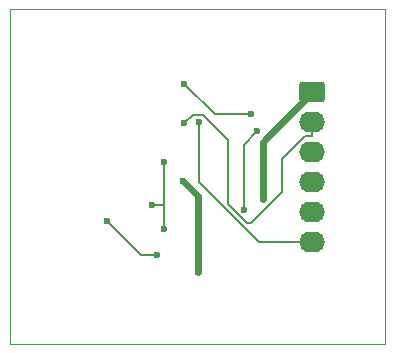
<source format=gbr>
%TF.GenerationSoftware,KiCad,Pcbnew,8.0.8*%
%TF.CreationDate,2025-06-30T12:02:42+05:30*%
%TF.ProjectId,Serial Basic CH340C,53657269-616c-4204-9261-736963204348,rev?*%
%TF.SameCoordinates,Original*%
%TF.FileFunction,Copper,L2,Bot*%
%TF.FilePolarity,Positive*%
%FSLAX46Y46*%
G04 Gerber Fmt 4.6, Leading zero omitted, Abs format (unit mm)*
G04 Created by KiCad (PCBNEW 8.0.8) date 2025-06-30 12:02:42*
%MOMM*%
%LPD*%
G01*
G04 APERTURE LIST*
G04 Aperture macros list*
%AMRoundRect*
0 Rectangle with rounded corners*
0 $1 Rounding radius*
0 $2 $3 $4 $5 $6 $7 $8 $9 X,Y pos of 4 corners*
0 Add a 4 corners polygon primitive as box body*
4,1,4,$2,$3,$4,$5,$6,$7,$8,$9,$2,$3,0*
0 Add four circle primitives for the rounded corners*
1,1,$1+$1,$2,$3*
1,1,$1+$1,$4,$5*
1,1,$1+$1,$6,$7*
1,1,$1+$1,$8,$9*
0 Add four rect primitives between the rounded corners*
20,1,$1+$1,$2,$3,$4,$5,0*
20,1,$1+$1,$4,$5,$6,$7,0*
20,1,$1+$1,$6,$7,$8,$9,0*
20,1,$1+$1,$8,$9,$2,$3,0*%
G04 Aperture macros list end*
%TA.AperFunction,ComponentPad*%
%ADD10RoundRect,0.250000X-0.845000X0.620000X-0.845000X-0.620000X0.845000X-0.620000X0.845000X0.620000X0*%
%TD*%
%TA.AperFunction,ComponentPad*%
%ADD11O,2.190000X1.740000*%
%TD*%
%TA.AperFunction,ViaPad*%
%ADD12C,0.600000*%
%TD*%
%TA.AperFunction,Conductor*%
%ADD13C,0.600000*%
%TD*%
%TA.AperFunction,Conductor*%
%ADD14C,0.200000*%
%TD*%
%TA.AperFunction,Profile*%
%ADD15C,0.050000*%
%TD*%
G04 APERTURE END LIST*
D10*
%TO.P,J1,1,Pin_1*%
%TO.N,GND*%
X129400000Y-54460000D03*
D11*
%TO.P,J1,2,Pin_2*%
%TO.N,~{CTS}*%
X129400000Y-57000000D03*
%TO.P,J1,3,Pin_3*%
%TO.N,VCC*%
X129400000Y-59540000D03*
%TO.P,J1,4,Pin_4*%
%TO.N,TX0*%
X129400000Y-62080000D03*
%TO.P,J1,5,Pin_5*%
%TO.N,RXI*%
X129400000Y-64620000D03*
%TO.P,J1,6,Pin_6*%
%TO.N,~{DTR}*%
X129400000Y-67160000D03*
%TD*%
D12*
%TO.N,+5V*%
X119704100Y-69671600D03*
X118480500Y-61983400D03*
%TO.N,GND*%
X125215100Y-63464600D03*
%TO.N,+3.3V*%
X115842300Y-63979700D03*
X116900400Y-60343700D03*
X116900400Y-66049900D03*
%TO.N,Net-(D2-A)*%
X124768100Y-57780400D03*
X123650900Y-64450900D03*
%TO.N,~{DTR}*%
X119861700Y-56954700D03*
%TO.N,VCC*%
X118572800Y-53759700D03*
X124267600Y-56331600D03*
%TO.N,~{CTS}*%
X118572800Y-57065200D03*
%TO.N,Net-(P2-D-)*%
X116309200Y-68218700D03*
X112041400Y-65365900D03*
%TD*%
D13*
%TO.N,+5V*%
X119704100Y-63207000D02*
X118480500Y-61983400D01*
X119704100Y-69671600D02*
X119704100Y-63207000D01*
%TO.N,GND*%
X129400000Y-54460000D02*
X125215100Y-58644900D01*
X125215100Y-58644900D02*
X125215100Y-63464600D01*
D14*
%TO.N,+3.3V*%
X116900400Y-63979700D02*
X115842300Y-63979700D01*
X116900400Y-63979700D02*
X116900400Y-66049900D01*
X116900400Y-60343700D02*
X116900400Y-63979700D01*
%TO.N,Net-(D2-A)*%
X123650900Y-58897600D02*
X123650900Y-64450900D01*
X124768100Y-57780400D02*
X123650900Y-58897600D01*
%TO.N,~{DTR}*%
X119861700Y-62086300D02*
X124935400Y-67160000D01*
X119861700Y-56954700D02*
X119861700Y-62086300D01*
X124935400Y-67160000D02*
X129400000Y-67160000D01*
%TO.N,VCC*%
X121144700Y-56331600D02*
X124267600Y-56331600D01*
X118572800Y-53759700D02*
X121144700Y-56331600D01*
%TO.N,~{CTS}*%
X126845300Y-62899200D02*
X124191300Y-65553200D01*
X120135200Y-56352900D02*
X119285100Y-56352900D01*
X119285100Y-56352900D02*
X118572800Y-57065200D01*
X124191300Y-65553200D02*
X123896600Y-65553200D01*
X126845300Y-60140600D02*
X126845300Y-62899200D01*
X123896600Y-65553200D02*
X122305500Y-63962100D01*
X129400000Y-57000000D02*
X129400000Y-58171700D01*
X122305500Y-63962100D02*
X122305500Y-58523200D01*
X128814200Y-58171700D02*
X126845300Y-60140600D01*
X129400000Y-58171700D02*
X128814200Y-58171700D01*
X122305500Y-58523200D02*
X120135200Y-56352900D01*
%TO.N,Net-(P2-D-)*%
X114894200Y-68218700D02*
X112041400Y-65365900D01*
X116309200Y-68218700D02*
X114894200Y-68218700D01*
%TD*%
D15*
X103800000Y-47400000D02*
X135600000Y-47400000D01*
X135600000Y-75800000D01*
X103800000Y-75800000D01*
X103800000Y-47400000D01*
M02*

</source>
